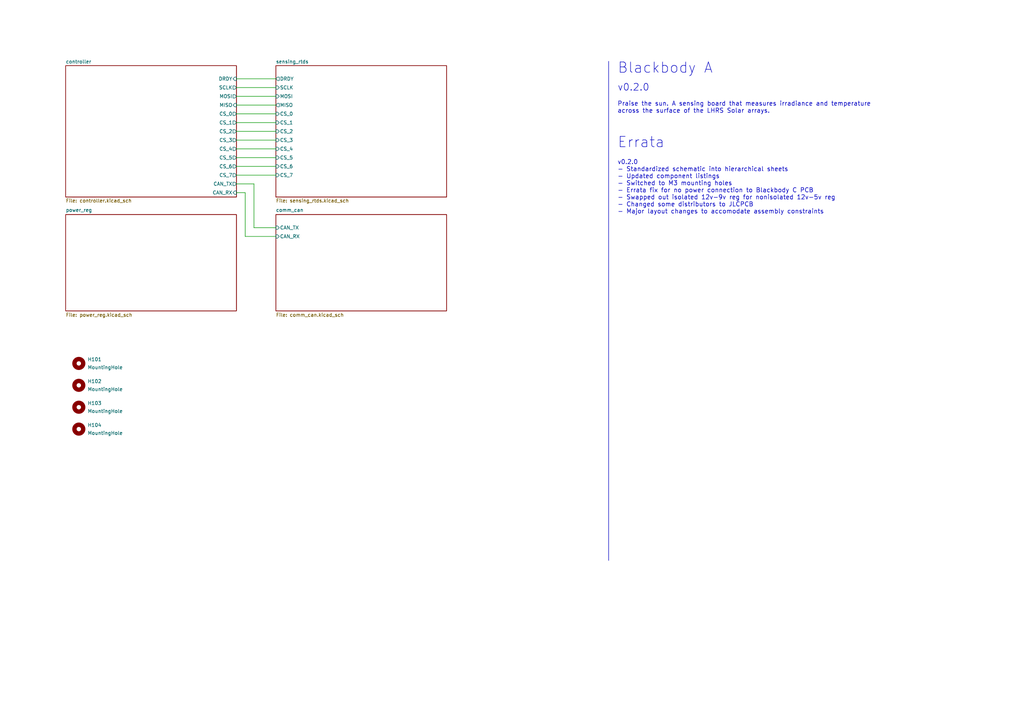
<source format=kicad_sch>
(kicad_sch (version 20230121) (generator eeschema)
  (paper "A4")
  (title_block (title "Blackbody A") (date "2023-07-16") (rev "v0.2.0") (company "LHR Solar") (comment 1 "Jacob Giddens") (comment 2 "Matthew Yu") (comment 3 "Gary Hallock"))
  (lib_symbols
    (symbol "Mechanical:MountingHole" (pin_names (offset 1.016))
      (property "Reference" "H" (at 0 5.08 0))
      (property "Value" "MountingHole" (at 0 3.175 0))
      (symbol "MountingHole_0_1"
        (circle (center 0 0) (radius 1.27) (stroke (width 1.27)))
      )
    )
  )
  (polyline (pts (xy 176.53 17.78) (xy 176.53 162.56)))
  (wire (pts (xy 68.58 30.48) (xy 80.01 30.48)))
  (wire (pts (xy 68.58 27.94) (xy 80.01 27.94)))
  (wire (pts (xy 73.66 53.34) (xy 73.66 66.04)))
  (wire (pts (xy 68.58 48.26) (xy 80.01 48.26)))
  (wire (pts (xy 68.58 38.1) (xy 80.01 38.1)))
  (wire (pts (xy 68.58 35.56) (xy 80.01 35.56)))
  (wire (pts (xy 68.58 33.02) (xy 80.01 33.02)))
  (wire (pts (xy 68.58 45.72) (xy 80.01 45.72)))
  (wire (pts (xy 71.12 55.88) (xy 71.12 68.58)))
  (wire (pts (xy 68.58 25.4) (xy 80.01 25.4)))
  (wire (pts (xy 68.58 40.64) (xy 80.01 40.64)))
  (wire (pts (xy 68.58 55.88) (xy 71.12 55.88)))
  (wire (pts (xy 68.58 53.34) (xy 73.66 53.34)))
  (wire (pts (xy 68.58 43.18) (xy 80.01 43.18)))
  (wire (pts (xy 71.12 68.58) (xy 80.01 68.58)))
  (wire (pts (xy 68.58 50.8) (xy 80.01 50.8)))
  (wire (pts (xy 73.66 66.04) (xy 80.01 66.04)))
  (wire (pts (xy 68.58 22.86) (xy 80.01 22.86)))
  (text "v0.2.0\n- Standardized schematic into hierarchical sheets\n- Updated component listings\n- Switched to M3 mounting holes\n- Errata fix for no power connection to Blackbody C PCB\n- Swapped out isolated 12v-9v reg for nonisolated 12v-5v reg\n- Changed some distributors to JLCPCB\n- Major layout changes to accomodate assembly constraints\n" (at 179.07 62.23 0) (effects (font (size 1.27 1.27)) (justify left bottom)))
  (text "v0.2.0\n" (at 179.07 26.67 0) (effects (font (size 2 2)) (justify left bottom)))
  (text "Blackbody A\n" (at 179.07 21.59 0) (effects (font (size 3 3)) (justify left bottom)))
  (text "Errata" (at 179.07 43.18 0) (effects (font (size 3 3)) (justify left bottom)))
  (text "Praise the sun. A sensing board that measures irradiance and temperature \nacross the surface of the LHRS Solar arrays.\n" (at 179.07 33.02 0) (effects (font (size 1.27 1.27)) (justify left bottom)))
  (symbol (lib_id "Mechanical:MountingHole") (at 22.86 111.76 0) (unit 1)
    (property "Reference" "H102" (at 25.4 110.5916 0) (effects (font (size 1 1)) (justify left)))
    (property "Value" "MountingHole" (at 25.4 112.903 0) (effects (font (size 1 1)) (justify left)))
    (property "Footprint" "MountingHole:MountingHole_3.2mm_M3" (effects hide))
  )
  (symbol (lib_id "Mechanical:MountingHole") (at 22.86 124.46 0) (unit 1)
    (property "Reference" "H104" (at 25.4 123.2916 0) (effects (font (size 1 1)) (justify left)))
    (property "Value" "MountingHole" (at 25.4 125.603 0) (effects (font (size 1 1)) (justify left)))
    (property "Footprint" "MountingHole:MountingHole_3.2mm_M3" (effects hide))
  )
  (symbol (lib_id "Mechanical:MountingHole") (at 22.86 118.11 0) (unit 1)
    (property "Reference" "H103" (at 25.4 116.9416 0) (effects (font (size 1 1)) (justify left)))
    (property "Value" "MountingHole" (at 25.4 119.253 0) (effects (font (size 1 1)) (justify left)))
    (property "Footprint" "MountingHole:MountingHole_3.2mm_M3" (effects hide))
  )
  (symbol (lib_id "Mechanical:MountingHole") (at 22.86 105.41 0) (unit 1)
    (property "Reference" "H101" (at 25.4 104.2416 0) (effects (font (size 1 1)) (justify left)))
    (property "Value" "MountingHole" (at 25.4 106.553 0) (effects (font (size 1 1)) (justify left)))
    (property "Footprint" "MountingHole:MountingHole_3.2mm_M3" (effects hide))
  )
  (sheet (at 80.01 19.05) (size 49.53 38.1) (stroke (width 0.1524))
    (property "Sheetname" "sensing_rtds" (at 80.01 18.4734 0) (effects (font (size 1 1)) (justify left bottom)))
    (property "Sheetfile" "sensing_rtds.kicad_sch" (at 80.01 57.6266 0) (effects (font (size 1 1)) (justify left top)))
    (pin "SCLK" input (at 80.01 25.4 180) (effects (font (size 1 1))))
    (pin "DRDY" output (at 80.01 22.86 180) (effects (font (size 1 1))))
    (pin "MISO" output (at 80.01 30.48 180) (effects (font (size 1 1))))
    (pin "MOSI" input (at 80.01 27.94 180) (effects (font (size 1 1))))
    (pin "CS_4" input (at 80.01 43.18 180) (effects (font (size 1 1))))
    (pin "CS_0" input (at 80.01 33.02 180) (effects (font (size 1 1))))
    (pin "CS_5" input (at 80.01 45.72 180) (effects (font (size 1 1))))
    (pin "CS_1" input (at 80.01 35.56 180) (effects (font (size 1 1))))
    (pin "CS_6" input (at 80.01 48.26 180) (effects (font (size 1 1))))
    (pin "CS_3" input (at 80.01 40.64 180) (effects (font (size 1 1))))
    (pin "CS_2" input (at 80.01 38.1 180) (effects (font (size 1 1))))
    (pin "CS_7" input (at 80.01 50.8 180) (effects (font (size 1 1))))
  )
  (sheet (at 80.01 62.23) (size 49.53 27.94) (stroke (width 0.1524))
    (property "Sheetname" "comm_can" (at 80.01 61.5184 0) (effects (font (size 1 1)) (justify left bottom)))
    (property "Sheetfile" "comm_can.kicad_sch" (at 80.01 90.7546 0) (effects (font (size 1 1)) (justify left top)))
    (pin "CAN_TX" input (at 80.01 66.04 180) (effects (font (size 1 1))))
    (pin "CAN_RX" input (at 80.01 68.58 180) (effects (font (size 1 1))))
  )
  (sheet (at 19.05 19.05) (size 49.53 38.1) (stroke (width 0.1524))
    (property "Sheetname" "controller" (at 19.05 18.4734 0) (effects (font (size 1 1)) (justify left bottom)))
    (property "Sheetfile" "controller.kicad_sch" (at 19.05 57.6266 0) (effects (font (size 1 1)) (justify left top)))
    (pin "CS_4" output (at 68.58 43.18 0) (effects (font (size 1 1))))
    (pin "CS_0" output (at 68.58 33.02 0) (effects (font (size 1 1))))
    (pin "CS_1" output (at 68.58 35.56 0) (effects (font (size 1 1))))
    (pin "CS_7" output (at 68.58 50.8 0) (effects (font (size 1 1))))
    (pin "CS_6" output (at 68.58 48.26 0) (effects (font (size 1 1))))
    (pin "DRDY" input (at 68.58 22.86 0) (effects (font (size 1 1))))
    (pin "CS_2" output (at 68.58 38.1 0) (effects (font (size 1 1))))
    (pin "CS_3" output (at 68.58 40.64 0) (effects (font (size 1 1))))
    (pin "CS_5" output (at 68.58 45.72 0) (effects (font (size 1 1))))
    (pin "CAN_RX" input (at 68.58 55.88 0) (effects (font (size 1 1))))
    (pin "MISO" input (at 68.58 30.48 0) (effects (font (size 1 1))))
    (pin "CAN_TX" output (at 68.58 53.34 0) (effects (font (size 1 1))))
    (pin "SCLK" output (at 68.58 25.4 0) (effects (font (size 1 1))))
    (pin "MOSI" output (at 68.58 27.94 0) (effects (font (size 1 1))))
  )
  (sheet (at 19.05 62.23) (size 49.53 27.94) (stroke (width 0.1524))
    (property "Sheetname" "power_reg" (at 19.05 61.5184 0) (effects (font (size 1 1)) (justify left bottom)))
    (property "Sheetfile" "power_reg.kicad_sch" (at 19.05 90.7546 0) (effects (font (size 1 1)) (justify left top)))
  )
)
</source>
